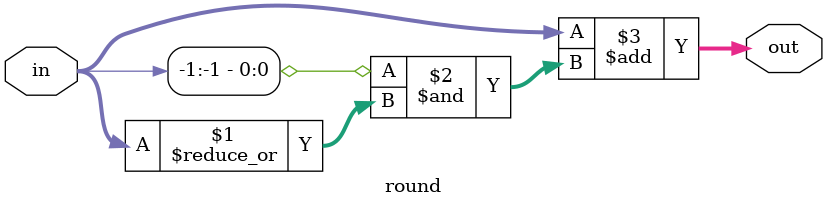
<source format=v>


module round
  #(parameter bits_in=0,
    parameter bits_out=0)
    (input [bits_in-1:0] in,
     output [bits_out-1:0] out);

   assign out = in[bits_in-1:bits_in-bits_out] + (in[bits_in-1] & |in[bits_in-bits_out-1:0]);
   
endmodule // round

</source>
